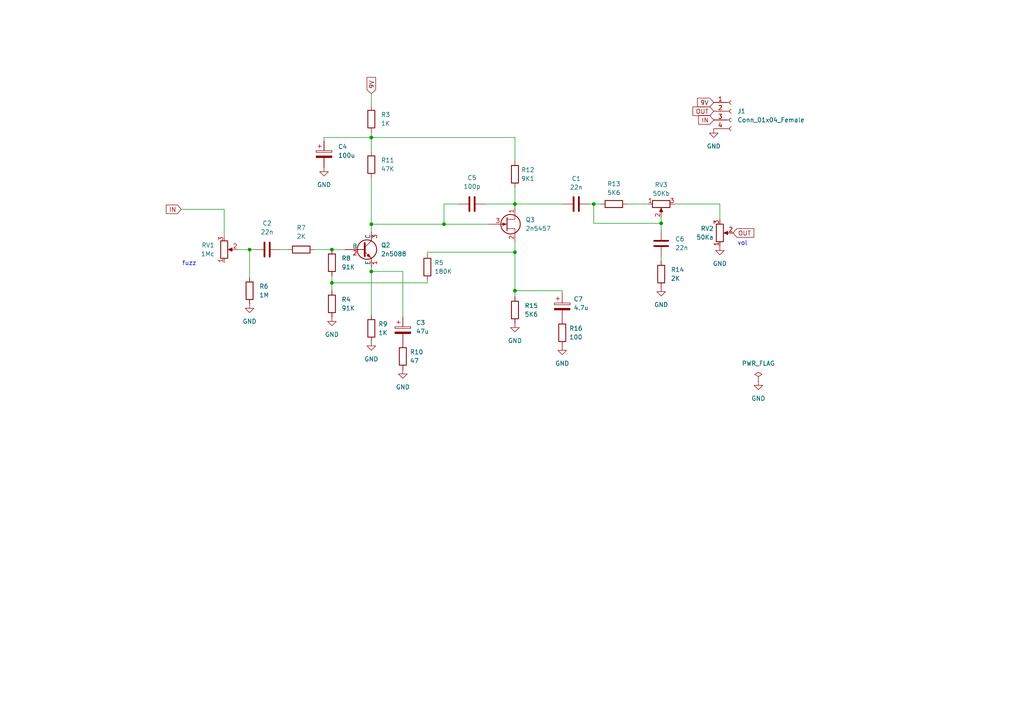
<source format=kicad_sch>
(kicad_sch (version 20230121) (generator eeschema)
  (paper "A4")
  (lib_symbols
    (symbol "Connector:Conn_01x04_Female" (pin_names (offset 1.016) hide)
      (property "Reference" "J" (at 0 5.08 0))
      (property "Value" "Conn_01x04_Female" (at 0 -7.62 0))
      (symbol "Conn_01x04_Female_1_1"
        (arc (start 0 -4.572) (mid -0.5058 -5.08) (end 0 -5.588) (stroke (width 0.1524)))
        (arc (start 0 -2.032) (mid -0.5058 -2.54) (end 0 -3.048) (stroke (width 0.1524)))
        (polyline (pts (xy -1.27 -5.08) (xy -0.508 -5.08)) (stroke (width 0.1524)))
        (polyline (pts (xy -1.27 -2.54) (xy -0.508 -2.54)) (stroke (width 0.1524)))
        (polyline (pts (xy -1.27 0) (xy -0.508 0)) (stroke (width 0.1524)))
        (polyline (pts (xy -1.27 2.54) (xy -0.508 2.54)) (stroke (width 0.1524)))
        (arc (start 0 0.508) (mid -0.5058 0) (end 0 -0.508) (stroke (width 0.1524)))
        (arc (start 0 3.048) (mid -0.5058 2.54) (end 0 2.032) (stroke (width 0.1524)))
        (pin passive line (at -5.08 2.54 0) (length 3.81) (name "Pin_1") (number "1"))
        (pin passive line (at -5.08 0 0) (length 3.81) (name "Pin_2") (number "2"))
        (pin passive line (at -5.08 -2.54 0) (length 3.81) (name "Pin_3") (number "3"))
        (pin passive line (at -5.08 -5.08 0) (length 3.81) (name "Pin_4") (number "4"))
      )
    )
    (symbol "Device:C" (pin_numbers hide) (pin_names (offset 0.254))
      (property "Reference" "C" (at 0.635 2.54 0))
      (property "Value" "C" (at 0.635 -2.54 0))
      (symbol "C_0_1"
        (polyline (pts (xy -2.032 -0.762) (xy 2.032 -0.762)) (stroke (width 0.508)))
        (polyline (pts (xy -2.032 0.762) (xy 2.032 0.762)) (stroke (width 0.508)))
      )
      (symbol "C_1_1"
        (pin passive line (at 0 3.81 270) (length 2.794) (name "~") (number "1"))
        (pin passive line (at 0 -3.81 90) (length 2.794) (name "~") (number "2"))
      )
    )
    (symbol "Device:C_Polarized" (pin_numbers hide) (pin_names (offset 0.254))
      (property "Reference" "C" (at 0.635 2.54 0))
      (property "Value" "C_Polarized" (at 0.635 -2.54 0))
      (symbol "C_Polarized_0_1"
        (rectangle (start -2.286 0.508) (end 2.286 1.016))
        (polyline (pts (xy -1.778 2.286) (xy -0.762 2.286)))
        (polyline (pts (xy -1.27 2.794) (xy -1.27 1.778)))
        (rectangle (start 2.286 -0.508) (end -2.286 -1.016) (fill (type outline)))
      )
      (symbol "C_Polarized_1_1"
        (pin passive line (at 0 3.81 270) (length 2.794) (name "~") (number "1"))
        (pin passive line (at 0 -3.81 90) (length 2.794) (name "~") (number "2"))
      )
    )
    (symbol "Device:Q_NJFET_DSG" (pin_names (offset 0) hide)
      (property "Reference" "Q" (at 5.08 1.27 0))
      (property "Value" "Q_NJFET_DSG" (at 5.08 -1.27 0))
      (symbol "Q_NJFET_DSG_0_1"
        (polyline (pts (xy 0.254 1.905) (xy 0.254 -1.905) (xy 0.254 -1.905)) (stroke (width 0.254)))
        (polyline (pts (xy 2.54 -2.54) (xy 2.54 -1.27) (xy 0.254 -1.27)))
        (polyline (pts (xy 2.54 2.54) (xy 2.54 1.397) (xy 0.254 1.397)))
        (polyline (pts (xy 0 0) (xy -1.016 0.381) (xy -1.016 -0.381) (xy 0 0)) (fill (type outline)))
        (circle (center 1.27 0) (radius 2.8194) (stroke (width 0.254)))
      )
      (symbol "Q_NJFET_DSG_1_1"
        (pin passive line (at 2.54 5.08 270) (length 2.54) (name "D") (number "1"))
        (pin passive line (at 2.54 -5.08 90) (length 2.54) (name "S") (number "2"))
        (pin input line (at -5.08 0 0) (length 5.334) (name "G") (number "3"))
      )
    )
    (symbol "Device:R" (pin_numbers hide) (pin_names (offset 0))
      (property "Reference" "R" (at 2.032 0 90))
      (property "Value" "R" (at 0 0 90))
      (symbol "R_0_1"
        (rectangle (start -1.016 -2.54) (end 1.016 2.54) (stroke (width 0.254)))
      )
      (symbol "R_1_1"
        (pin passive line (at 0 3.81 270) (length 1.27) (name "~") (number "1"))
        (pin passive line (at 0 -3.81 90) (length 1.27) (name "~") (number "2"))
      )
    )
    (symbol "Device:R_Potentiometer" (pin_names (offset 1.016) hide)
      (property "Reference" "RV" (at -4.445 0 90))
      (property "Value" "R_Potentiometer" (at -2.54 0 90))
      (symbol "R_Potentiometer_0_1"
        (polyline (pts (xy 2.54 0) (xy 1.524 0)))
        (polyline (pts (xy 1.143 0) (xy 2.286 0.508) (xy 2.286 -0.508) (xy 1.143 0)) (fill (type outline)))
        (rectangle (start 1.016 2.54) (end -1.016 -2.54) (stroke (width 0.254)))
      )
      (symbol "R_Potentiometer_1_1"
        (pin passive line (at 0 3.81 270) (length 1.27) (name "1") (number "1"))
        (pin passive line (at 3.81 0 180) (length 1.27) (name "2") (number "2"))
        (pin passive line (at 0 -3.81 90) (length 1.27) (name "3") (number "3"))
      )
    )
    (symbol "Transistor_BJT:2N3904" (pin_names (offset 0))
      (property "Reference" "Q" (at 5.08 1.905 0))
      (property "Value" "2N3904" (at 5.08 0 0))
      (symbol "2N3904_0_1"
        (polyline (pts (xy 0.635 0.635) (xy 2.54 2.54)))
        (polyline (pts (xy 0.635 -0.635) (xy 2.54 -2.54) (xy 2.54 -2.54)))
        (polyline (pts (xy 0.635 1.905) (xy 0.635 -1.905) (xy 0.635 -1.905)) (stroke (width 0.508)))
        (polyline (pts (xy 1.27 -1.778) (xy 1.778 -1.27) (xy 2.286 -2.286) (xy 1.27 -1.778) (xy 1.27 -1.778)) (fill (type outline)))
        (circle (center 1.27 0) (radius 2.8194) (stroke (width 0.254)))
      )
      (symbol "2N3904_1_1"
        (pin passive line (at 2.54 -5.08 90) (length 2.54) (name "E") (number "1"))
        (pin passive line (at -5.08 0 0) (length 5.715) (name "B") (number "2"))
        (pin passive line (at 2.54 5.08 270) (length 2.54) (name "C") (number "3"))
      )
    )
    (symbol "power:GND" (power) (pin_names (offset 0))
      (property "Value" "GND" (at 0 -3.81 0))
      (symbol "GND_0_1"
        (polyline (pts (xy 0 0) (xy 0 -1.27) (xy 1.27 -1.27) (xy 0 -2.54) (xy -1.27 -1.27) (xy 0 -1.27)))
      )
      (symbol "GND_1_1"
        (pin power_in line (at 0 0 270) (length 0) hide (name "GND") (number "1"))
      )
    )
    (symbol "power:PWR_FLAG" (power) (pin_numbers hide) (pin_names (offset 0) hide)
      (property "Value" "PWR_FLAG" (at 0 3.81 0))
      (symbol "PWR_FLAG_0_0"
        (pin power_out line (at 0 0 90) (length 0) (name "pwr") (number "1"))
      )
      (symbol "PWR_FLAG_0_1"
        (polyline (pts (xy 0 0) (xy 0 1.27) (xy -1.016 1.905) (xy 0 2.54) (xy 1.016 1.905) (xy 0 1.27)))
      )
    )
  )
  (junction (at 107.696 78.74))
  (junction (at 172.212 59.182))
  (junction (at 107.696 39.878))
  (junction (at 128.778 65.024))
  (junction (at 72.39 72.39))
  (junction (at 149.352 84.328))
  (junction (at 107.696 65.024))
  (junction (at 149.352 73.152))
  (junction (at 96.266 72.39))
  (junction (at 149.352 59.182))
  (junction (at 96.266 82.042))
  (junction (at 191.77 64.77))
  (wire (pts (xy 191.77 64.77) (xy 191.77 66.802)))
  (wire (pts (xy 96.266 82.042) (xy 96.266 84.328)))
  (wire (pts (xy 128.778 59.182) (xy 128.778 65.024)))
  (wire (pts (xy 163.068 84.328) (xy 149.352 84.328)))
  (wire (pts (xy 191.77 74.422) (xy 191.77 75.692)))
  (wire (pts (xy 128.778 65.024) (xy 141.732 65.024)))
  (wire (pts (xy 72.39 72.39) (xy 72.39 80.518)))
  (wire (pts (xy 107.696 78.74) (xy 116.84 78.74)))
  (wire (pts (xy 123.952 81.28) (xy 123.952 82.042)))
  (wire (pts (xy 81.28 72.39) (xy 83.566 72.39)))
  (wire (pts (xy 170.942 59.182) (xy 172.212 59.182)))
  (wire (pts (xy 107.696 39.878) (xy 149.352 39.878)))
  (wire (pts (xy 149.352 54.356) (xy 149.352 59.182)))
  (wire (pts (xy 181.864 59.182) (xy 187.96 59.182)))
  (wire (pts (xy 195.58 59.182) (xy 208.788 59.182)))
  (wire (pts (xy 123.952 82.042) (xy 96.266 82.042)))
  (wire (pts (xy 133.096 59.182) (xy 128.778 59.182)))
  (wire (pts (xy 68.834 72.39) (xy 72.39 72.39)))
  (wire (pts (xy 208.788 59.182) (xy 208.788 63.754)))
  (wire (pts (xy 107.696 39.878) (xy 107.696 43.942)))
  (wire (pts (xy 149.352 59.182) (xy 149.352 59.944)))
  (wire (pts (xy 191.77 62.992) (xy 191.77 64.77)))
  (wire (pts (xy 107.696 38.354) (xy 107.696 39.878)))
  (wire (pts (xy 163.068 85.09) (xy 163.068 84.328)))
  (wire (pts (xy 172.212 59.182) (xy 172.212 64.77)))
  (wire (pts (xy 107.696 51.562) (xy 107.696 65.024)))
  (wire (pts (xy 91.186 72.39) (xy 96.266 72.39)))
  (wire (pts (xy 172.212 64.77) (xy 191.77 64.77)))
  (wire (pts (xy 149.352 73.152) (xy 149.352 84.328)))
  (wire (pts (xy 123.952 73.152) (xy 123.952 73.66)))
  (wire (pts (xy 149.352 70.104) (xy 149.352 73.152)))
  (wire (pts (xy 116.84 78.74) (xy 116.84 91.948)))
  (wire (pts (xy 72.39 72.39) (xy 73.66 72.39)))
  (wire (pts (xy 65.024 68.58) (xy 65.024 60.706)))
  (wire (pts (xy 107.696 65.024) (xy 107.696 67.31)))
  (wire (pts (xy 149.352 73.152) (xy 123.952 73.152)))
  (wire (pts (xy 149.352 59.182) (xy 163.322 59.182)))
  (wire (pts (xy 107.696 65.024) (xy 128.778 65.024)))
  (wire (pts (xy 107.696 27.178) (xy 107.696 30.734)))
  (wire (pts (xy 107.696 78.74) (xy 107.696 91.44)))
  (wire (pts (xy 172.212 59.182) (xy 174.244 59.182)))
  (wire (pts (xy 140.716 59.182) (xy 149.352 59.182)))
  (wire (pts (xy 96.266 72.39) (xy 100.076 72.39)))
  (wire (pts (xy 96.266 80.01) (xy 96.266 82.042)))
  (wire (pts (xy 149.352 39.878) (xy 149.352 46.736)))
  (wire (pts (xy 93.98 40.894) (xy 93.98 39.878)))
  (wire (pts (xy 107.696 77.47) (xy 107.696 78.74)))
  (wire (pts (xy 65.024 60.706) (xy 52.578 60.706)))
  (wire (pts (xy 149.352 84.328) (xy 149.352 86.106)))
  (wire (pts (xy 93.98 39.878) (xy 107.696 39.878)))
  (text "vol\n" (at 213.868 71.374 0) (effects (font (size 1.27 1.27)) (justify left bottom)))
  (text "fuzz\n" (at 52.832 77.216 0) (effects (font (size 1.27 1.27)) (justify left bottom)))
  (global_label "OUT" (shape input) (at 207.01 32.258 180) (property "Intersheetrefs" "${INTERSHEET_REFS}" (effects hide)))
  (global_label "9V" (shape input) (at 107.696 27.178 90) (property "Intersheetrefs" "${INTERSHEET_REFS}" (effects hide)))
  (global_label "IN" (shape input) (at 52.578 60.706 180) (property "Intersheetrefs" "${INTERSHEET_REFS}" (effects hide)))
  (global_label "IN" (shape input) (at 207.01 34.798 180) (property "Intersheetrefs" "${INTERSHEET_REFS}" (effects hide)))
  (global_label "OUT" (shape input) (at 212.598 67.564 0) (property "Intersheetrefs" "${INTERSHEET_REFS}" (effects hide)))
  (global_label "9V" (shape input) (at 207.01 29.718 180) (property "Intersheetrefs" "${INTERSHEET_REFS}" (effects hide)))
  (symbol (lib_id "Transistor_BJT:2N3904") (at 105.156 72.39 0) (unit 1)
    (property "Reference" "Q2" (at 110.49 71.12 0) (effects (justify left)))
    (property "Value" "2n5088" (at 110.49 73.66 0) (effects (justify left)))
    (property "Footprint" "Package_TO_SOT_THT:TO-92_Inline" (effects hide))
  )
  (symbol (lib_id "Connector:Conn_01x04_Female") (at 212.09 32.258 0) (unit 1)
    (property "Reference" "J1" (at 213.868 32.2579 0) (effects (justify left)))
    (property "Value" "Conn_01x04_Female" (at 213.868 34.7979 0) (effects (justify left)))
    (property "Footprint" "Connector_PinHeader_2.54mm:PinHeader_1x04_P2.54mm_Vertical" (effects hide))
  )
  (symbol (lib_id "Device:R") (at 96.266 76.2 180) (unit 1)
    (property "Reference" "R8" (at 99.06 74.93 0) (effects (justify right)))
    (property "Value" "91K" (at 99.06 77.47 0) (effects (justify right)))
    (property "Footprint" "Resistor_THT:R_Axial_DIN0207_L6.3mm_D2.5mm_P7.62mm_Horizontal" (effects hide))
  )
  (symbol (lib_id "power:GND") (at 116.84 107.188 0) (unit 1)
    (property "Reference" "#PWR07" (effects hide))
    (property "Value" "GND" (at 116.84 112.268 0))
  )
  (symbol (lib_id "power:PWR_FLAG") (at 219.964 110.49 0) (unit 1)
    (property "Reference" "#FLG0101" (effects hide))
    (property "Value" "PWR_FLAG" (at 219.964 105.41 0))
  )
  (symbol (lib_id "Device:R") (at 96.266 88.138 180) (unit 1)
    (property "Reference" "R4" (at 99.06 86.868 0) (effects (justify right)))
    (property "Value" "91K" (at 99.06 89.408 0) (effects (justify right)))
    (property "Footprint" "Resistor_THT:R_Axial_DIN0207_L6.3mm_D2.5mm_P7.62mm_Horizontal" (effects hide))
  )
  (symbol (lib_id "Device:C") (at 191.77 70.612 180) (unit 1)
    (property "Reference" "C6" (at 195.834 69.342 0) (effects (justify right)))
    (property "Value" "22n" (at 195.834 71.882 0) (effects (justify right)))
    (property "Footprint" "Capacitor_THT:C_Disc_D7.5mm_W2.5mm_P5.00mm" (effects hide))
  )
  (symbol (lib_id "Device:C_Polarized") (at 116.84 95.758 0) (unit 1)
    (property "Reference" "C3" (at 120.65 93.599 0) (effects (justify left)))
    (property "Value" "47u" (at 120.65 96.139 0) (effects (justify left)))
    (property "Footprint" "Capacitor_THT:CP_Radial_D5.0mm_P2.00mm" (effects hide))
  )
  (symbol (lib_id "power:GND") (at 149.352 93.726 0) (unit 1)
    (property "Reference" "#PWR012" (effects hide))
    (property "Value" "GND" (at 149.352 98.806 0))
  )
  (symbol (lib_id "power:GND") (at 219.964 110.49 0) (unit 1)
    (property "Reference" "#PWR0101" (effects hide))
    (property "Value" "GND" (at 219.964 115.57 0))
  )
  (symbol (lib_id "Device:C_Polarized") (at 163.068 88.9 0) (unit 1)
    (property "Reference" "C7" (at 166.37 86.741 0) (effects (justify left)))
    (property "Value" "4.7u" (at 166.37 89.281 0) (effects (justify left)))
    (property "Footprint" "Capacitor_THT:CP_Radial_D5.0mm_P2.00mm" (effects hide))
  )
  (symbol (lib_id "Device:R") (at 107.696 95.25 0) (unit 1)
    (property "Reference" "R9" (at 109.728 93.9799 0) (effects (justify left)))
    (property "Value" "1K" (at 109.728 96.5199 0) (effects (justify left)))
    (property "Footprint" "Resistor_THT:R_Axial_DIN0207_L6.3mm_D2.5mm_P7.62mm_Horizontal" (effects hide))
  )
  (symbol (lib_id "power:GND") (at 72.39 88.138 0) (unit 1)
    (property "Reference" "#PWR01" (effects hide))
    (property "Value" "GND" (at 72.39 93.218 0))
  )
  (symbol (lib_id "Device:Q_NJFET_DSG") (at 146.812 65.024 0) (unit 1)
    (property "Reference" "Q3" (at 152.4 63.754 0) (effects (justify left)))
    (property "Value" "2n5457" (at 152.4 66.294 0) (effects (justify left)))
    (property "Footprint" "Package_TO_SOT_THT:TO-92_Inline" (effects hide))
  )
  (symbol (lib_id "Device:R") (at 123.952 77.47 0) (unit 1)
    (property "Reference" "R5" (at 125.984 76.1999 0) (effects (justify left)))
    (property "Value" "180K" (at 125.984 78.7399 0) (effects (justify left)))
    (property "Footprint" "Resistor_THT:R_Axial_DIN0207_L6.3mm_D2.5mm_P7.62mm_Horizontal" (effects hide))
  )
  (symbol (lib_id "power:GND") (at 107.696 99.06 0) (unit 1)
    (property "Reference" "#PWR02" (effects hide))
    (property "Value" "GND" (at 107.696 104.14 0))
  )
  (symbol (lib_id "Device:R") (at 72.39 84.328 180) (unit 1)
    (property "Reference" "R6" (at 75.184 83.0579 0) (effects (justify right)))
    (property "Value" "1M" (at 75.184 85.5979 0) (effects (justify right)))
    (property "Footprint" "Resistor_THT:R_Axial_DIN0207_L6.3mm_D2.5mm_P7.62mm_Horizontal" (effects hide))
  )
  (symbol (lib_id "Device:R_Potentiometer") (at 191.77 59.182 90) (mirror x) (unit 1)
    (property "Reference" "RV3" (at 191.77 53.594 90))
    (property "Value" "50Kb" (at 191.77 56.134 90))
    (property "Footprint" "pedals:Pot_Underside" (effects hide))
  )
  (symbol (lib_id "power:GND") (at 96.266 91.948 0) (unit 1)
    (property "Reference" "#PWR03" (effects hide))
    (property "Value" "GND" (at 96.266 97.028 0))
  )
  (symbol (lib_id "Device:R") (at 191.77 79.502 0) (unit 1)
    (property "Reference" "R14" (at 194.564 78.232 0) (effects (justify left)))
    (property "Value" "2K" (at 194.564 80.772 0) (effects (justify left)))
    (property "Footprint" "Resistor_THT:R_Axial_DIN0207_L6.3mm_D2.5mm_P7.62mm_Horizontal" (effects hide))
  )
  (symbol (lib_id "Device:R_Potentiometer") (at 65.024 72.39 0) (mirror x) (unit 1)
    (property "Reference" "RV1" (at 62.23 71.1199 0) (effects (justify right)))
    (property "Value" "1Mc" (at 62.23 73.6599 0) (effects (justify right)))
    (property "Footprint" "pedals:Pot_Underside" (effects hide))
  )
  (symbol (lib_id "Device:R_Potentiometer") (at 208.788 67.564 0) (mirror x) (unit 1)
    (property "Reference" "RV2" (at 207.01 66.2939 0) (effects (justify right)))
    (property "Value" "50Ka" (at 207.01 68.8339 0) (effects (justify right)))
    (property "Footprint" "pedals:Pot_Underside" (effects hide))
  )
  (symbol (lib_id "Device:R") (at 178.054 59.182 270) (unit 1)
    (property "Reference" "R13" (at 178.054 53.34 90))
    (property "Value" "5K6" (at 178.054 55.88 90))
    (property "Footprint" "Resistor_THT:R_Axial_DIN0207_L6.3mm_D2.5mm_P7.62mm_Horizontal" (effects hide))
  )
  (symbol (lib_id "Device:R") (at 149.352 89.916 180) (unit 1)
    (property "Reference" "R15" (at 152.146 88.646 0) (effects (justify right)))
    (property "Value" "5K6" (at 152.146 91.186 0) (effects (justify right)))
    (property "Footprint" "Resistor_THT:R_Axial_DIN0207_L6.3mm_D2.5mm_P7.62mm_Horizontal" (effects hide))
  )
  (symbol (lib_id "power:GND") (at 208.788 71.374 0) (unit 1)
    (property "Reference" "#PWR08" (effects hide))
    (property "Value" "GND" (at 208.788 76.454 0))
  )
  (symbol (lib_id "Device:R") (at 87.376 72.39 90) (unit 1)
    (property "Reference" "R7" (at 87.376 66.04 90))
    (property "Value" "2K" (at 87.376 68.58 90))
    (property "Footprint" "Resistor_THT:R_Axial_DIN0207_L6.3mm_D2.5mm_P7.62mm_Horizontal" (effects hide))
  )
  (symbol (lib_id "Device:R") (at 149.352 50.546 0) (unit 1)
    (property "Reference" "R12" (at 151.13 49.276 0) (effects (justify left)))
    (property "Value" "9K1" (at 151.13 51.816 0) (effects (justify left)))
    (property "Footprint" "Resistor_THT:R_Axial_DIN0207_L6.3mm_D2.5mm_P7.62mm_Horizontal" (effects hide))
  )
  (symbol (lib_id "power:GND") (at 93.98 48.514 0) (unit 1)
    (property "Reference" "#PWR010" (effects hide))
    (property "Value" "GND" (at 93.98 53.594 0))
  )
  (symbol (lib_id "Device:C") (at 77.47 72.39 90) (unit 1)
    (property "Reference" "C2" (at 77.47 64.77 90))
    (property "Value" "22n" (at 77.47 67.31 90))
    (property "Footprint" "Capacitor_THT:C_Disc_D7.5mm_W2.5mm_P5.00mm" (effects hide))
  )
  (symbol (lib_id "power:GND") (at 163.068 100.33 0) (unit 1)
    (property "Reference" "#PWR06" (effects hide))
    (property "Value" "GND" (at 163.068 105.41 0))
  )
  (symbol (lib_id "Device:C") (at 136.906 59.182 270) (unit 1)
    (property "Reference" "C5" (at 136.906 51.562 90))
    (property "Value" "100p" (at 136.906 54.102 90))
    (property "Footprint" "Capacitor_THT:C_Disc_D7.5mm_W2.5mm_P5.00mm" (effects hide))
  )
  (symbol (lib_id "Device:C_Polarized") (at 93.98 44.704 0) (unit 1)
    (property "Reference" "C4" (at 98.044 42.5449 0) (effects (justify left)))
    (property "Value" "100u" (at 98.044 45.0849 0) (effects (justify left)))
    (property "Footprint" "Capacitor_THT:CP_Radial_D6.3mm_P2.50mm" (effects hide))
  )
  (symbol (lib_id "Device:R") (at 107.696 47.752 0) (unit 1)
    (property "Reference" "R11" (at 110.49 46.4819 0) (effects (justify left)))
    (property "Value" "47K" (at 110.49 49.0219 0) (effects (justify left)))
    (property "Footprint" "Resistor_THT:R_Axial_DIN0207_L6.3mm_D2.5mm_P7.62mm_Horizontal" (effects hide))
  )
  (symbol (lib_id "power:GND") (at 207.01 37.338 0) (unit 1)
    (property "Reference" "#PWR09" (effects hide))
    (property "Value" "GND" (at 207.01 42.418 0))
  )
  (symbol (lib_id "power:GND") (at 191.77 83.312 0) (unit 1)
    (property "Reference" "#PWR011" (effects hide))
    (property "Value" "GND" (at 191.77 88.392 0))
  )
  (symbol (lib_id "Device:R") (at 116.84 103.378 0) (unit 1)
    (property "Reference" "R10" (at 118.872 102.1079 0) (effects (justify left)))
    (property "Value" "47" (at 118.872 104.6479 0) (effects (justify left)))
    (property "Footprint" "Resistor_THT:R_Axial_DIN0207_L6.3mm_D2.5mm_P7.62mm_Horizontal" (effects hide))
  )
  (symbol (lib_id "Device:R") (at 163.068 96.52 0) (unit 1)
    (property "Reference" "R16" (at 165.1 95.2499 0) (effects (justify left)))
    (property "Value" "100" (at 165.1 97.7899 0) (effects (justify left)))
    (property "Footprint" "Resistor_THT:R_Axial_DIN0207_L6.3mm_D2.5mm_P7.62mm_Horizontal" (effects hide))
  )
  (symbol (lib_id "Device:R") (at 107.696 34.544 0) (unit 1)
    (property "Reference" "R3" (at 110.49 33.2739 0) (effects (justify left)))
    (property "Value" "1K" (at 110.49 35.8139 0) (effects (justify left)))
    (property "Footprint" "Resistor_THT:R_Axial_DIN0207_L6.3mm_D2.5mm_P7.62mm_Horizontal" (effects hide))
  )
  (symbol (lib_id "Device:C") (at 167.132 59.182 270) (unit 1)
    (property "Reference" "C1" (at 167.132 51.816 90))
    (property "Value" "22n" (at 167.132 54.356 90))
    (property "Footprint" "Capacitor_THT:C_Disc_D7.5mm_W2.5mm_P5.00mm" (effects hide))
  )
)
</source>
